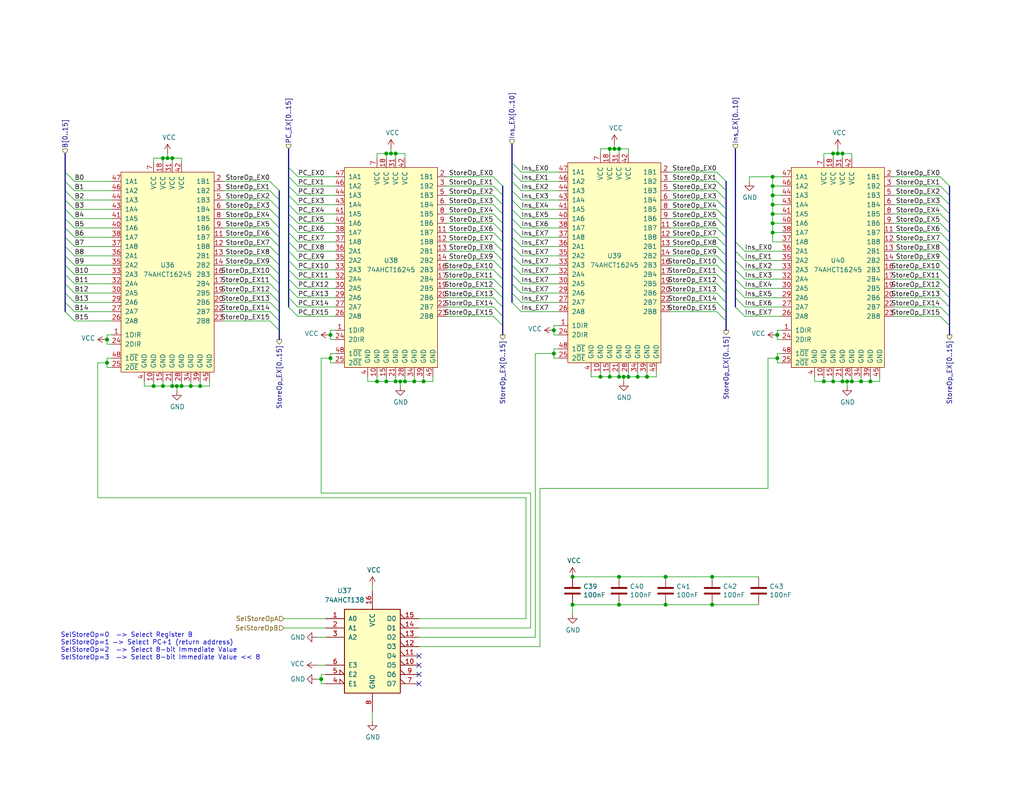
<source format=kicad_sch>
(kicad_sch (version 20230121) (generator eeschema)
  (paper "USLetter")
  (title_block (title "Select Store Operand") (date "2022-09-25") (rev "C") (comment 3 "the program counter value, or an eight-bit immediate value.") (comment 4 "The Store Operand can be taken from either the value on port B of the register file,"))
  (lib_symbols
    (symbol "74xx (kicad5):74AHCT16245_ab" (pin_names (offset 1.016))
      (property "Reference" "U" (at 0 1.27 0))
      (property "Value" "74AHCT16245_ab" (at 0 -1.27 0))
      (symbol "74AHCT16245_ab_0_1"
        (rectangle (start -12.7 26.67) (end 12.7 -27.94) (fill (type background)))
      )
      (symbol "74AHCT16245_ab_1_1"
        (pin input line (at -15.24 -17.78 0) (length 2.54) (name "1DIR") (number "1"))
        (pin power_in line (at -3.81 -30.48 90) (length 2.54) (name "GND") (number "10"))
        (pin tri_state line (at 15.24 8.89 180) (length 2.54) (name "1B7") (number "11"))
        (pin tri_state line (at 15.24 6.35 180) (length 2.54) (name "1B8") (number "12"))
        (pin tri_state line (at 15.24 3.81 180) (length 2.54) (name "2B1") (number "13"))
        (pin tri_state line (at 15.24 1.27 180) (length 2.54) (name "2B2") (number "14"))
        (pin power_in line (at -1.27 -30.48 90) (length 2.54) (name "GND") (number "15"))
        (pin tri_state line (at 15.24 -1.27 180) (length 2.54) (name "2B3") (number "16"))
        (pin tri_state line (at 15.24 -3.81 180) (length 2.54) (name "2B4") (number "17"))
        (pin power_in line (at -1.27 29.21 270) (length 2.54) (name "VCC") (number "18"))
        (pin tri_state line (at 15.24 -6.35 180) (length 2.54) (name "2B5") (number "19"))
        (pin tri_state line (at 15.24 24.13 180) (length 2.54) (name "1B1") (number "2"))
        (pin tri_state line (at 15.24 -8.89 180) (length 2.54) (name "2B6") (number "20"))
        (pin power_in line (at 1.27 -30.48 90) (length 2.54) (name "GND") (number "21"))
        (pin tri_state line (at 15.24 -11.43 180) (length 2.54) (name "2B7") (number "22"))
        (pin tri_state line (at 15.24 -13.97 180) (length 2.54) (name "2B8") (number "23"))
        (pin input line (at -15.24 -20.32 0) (length 2.54) (name "2DIR") (number "24"))
        (pin input line (at -15.24 -26.67 0) (length 2.54) (name "2~{OE}") (number "25"))
        (pin input line (at -15.24 -13.97 0) (length 2.54) (name "2A8") (number "26"))
        (pin input line (at -15.24 -11.43 0) (length 2.54) (name "2A7") (number "27"))
        (pin power_in line (at 3.81 -30.48 90) (length 2.54) (name "GND") (number "28"))
        (pin input line (at -15.24 -8.89 0) (length 2.54) (name "2A6") (number "29"))
        (pin tri_state line (at 15.24 21.59 180) (length 2.54) (name "1B2") (number "3"))
        (pin input line (at -15.24 -6.35 0) (length 2.54) (name "2A5") (number "30"))
        (pin power_in line (at 1.27 29.21 270) (length 2.54) (name "VCC") (number "31"))
        (pin input line (at -15.24 -3.81 0) (length 2.54) (name "2A4") (number "32"))
        (pin input line (at -15.24 -1.27 0) (length 2.54) (name "2A3") (number "33"))
        (pin power_in line (at 6.35 -30.48 90) (length 2.54) (name "GND") (number "34"))
        (pin input line (at -15.24 1.27 0) (length 2.54) (name "2A2") (number "35"))
        (pin input line (at -15.24 3.81 0) (length 2.54) (name "2A1") (number "36"))
        (pin input line (at -15.24 6.35 0) (length 2.54) (name "1A8") (number "37"))
        (pin input line (at -15.24 8.89 0) (length 2.54) (name "1A7") (number "38"))
        (pin power_in line (at 8.89 -30.48 90) (length 2.54) (name "GND") (number "39"))
        (pin power_in line (at -6.35 -30.48 90) (length 2.54) (name "GND") (number "4"))
        (pin input line (at -15.24 11.43 0) (length 2.54) (name "1A6") (number "40"))
        (pin input line (at -15.24 13.97 0) (length 2.54) (name "1A5") (number "41"))
        (pin power_in line (at 3.81 29.21 270) (length 2.54) (name "VCC") (number "42"))
        (pin input line (at -15.24 16.51 0) (length 2.54) (name "1A4") (number "43"))
        (pin input line (at -15.24 19.05 0) (length 2.54) (name "1A3") (number "44"))
        (pin power_in line (at 11.43 -30.48 90) (length 2.54) (name "GND") (number "45"))
        (pin input line (at -15.24 21.59 0) (length 2.54) (name "1A2") (number "46"))
        (pin input line (at -15.24 24.13 0) (length 2.54) (name "1A1") (number "47"))
        (pin input line (at -15.24 -24.13 0) (length 2.54) (name "1~{OE}") (number "48"))
        (pin tri_state line (at 15.24 19.05 180) (length 2.54) (name "1B3") (number "5"))
        (pin tri_state line (at 15.24 16.51 180) (length 2.54) (name "1B4") (number "6"))
        (pin power_in line (at -3.81 29.21 270) (length 2.54) (name "VCC") (number "7"))
        (pin tri_state line (at 15.24 13.97 180) (length 2.54) (name "1B5") (number "8"))
        (pin tri_state line (at 15.24 11.43 180) (length 2.54) (name "1B6") (number "9"))
      )
    )
    (symbol "74xx:74LS138" (pin_names (offset 1.016))
      (property "Reference" "U" (at -7.62 11.43 0))
      (property "Value" "74LS138" (at -7.62 -13.97 0))
      (symbol "74LS138_1_0"
        (pin input line (at -12.7 7.62 0) (length 5.08) (name "A0") (number "1"))
        (pin output output_low (at 12.7 -5.08 180) (length 5.08) (name "O5") (number "10"))
        (pin output output_low (at 12.7 -2.54 180) (length 5.08) (name "O4") (number "11"))
        (pin output output_low (at 12.7 0 180) (length 5.08) (name "O3") (number "12"))
        (pin output output_low (at 12.7 2.54 180) (length 5.08) (name "O2") (number "13"))
        (pin output output_low (at 12.7 5.08 180) (length 5.08) (name "O1") (number "14"))
        (pin output output_low (at 12.7 7.62 180) (length 5.08) (name "O0") (number "15"))
        (pin power_in line (at 0 15.24 270) (length 5.08) (name "VCC") (number "16"))
        (pin input line (at -12.7 5.08 0) (length 5.08) (name "A1") (number "2"))
        (pin input line (at -12.7 2.54 0) (length 5.08) (name "A2") (number "3"))
        (pin input input_low (at -12.7 -10.16 0) (length 5.08) (name "E1") (number "4"))
        (pin input input_low (at -12.7 -7.62 0) (length 5.08) (name "E2") (number "5"))
        (pin input line (at -12.7 -5.08 0) (length 5.08) (name "E3") (number "6"))
        (pin output output_low (at 12.7 -10.16 180) (length 5.08) (name "O7") (number "7"))
        (pin power_in line (at 0 -17.78 90) (length 5.08) (name "GND") (number "8"))
        (pin output output_low (at 12.7 -7.62 180) (length 5.08) (name "O6") (number "9"))
      )
      (symbol "74LS138_1_1"
        (rectangle (start -7.62 10.16) (end 7.62 -12.7) (stroke (width 0.254)) (fill (type background)))
      )
    )
    (symbol "Device:C" (pin_numbers hide) (pin_names (offset 0.254))
      (property "Reference" "C" (at 0.635 2.54 0))
      (property "Value" "C" (at 0.635 -2.54 0))
      (symbol "C_0_1"
        (polyline (pts (xy -2.032 -0.762) (xy 2.032 -0.762)) (stroke (width 0.508)))
        (polyline (pts (xy -2.032 0.762) (xy 2.032 0.762)) (stroke (width 0.508)))
      )
      (symbol "C_1_1"
        (pin passive line (at 0 3.81 270) (length 2.794) (name "~") (number "1"))
        (pin passive line (at 0 -3.81 90) (length 2.794) (name "~") (number "2"))
      )
    )
    (symbol "power:GND" (power) (pin_names (offset 0))
      (property "Value" "GND" (at 0 -3.81 0))
      (symbol "GND_0_1"
        (polyline (pts (xy 0 0) (xy 0 -1.27) (xy 1.27 -1.27) (xy 0 -2.54) (xy -1.27 -1.27) (xy 0 -1.27)))
      )
      (symbol "GND_1_1"
        (pin power_in line (at 0 0 270) (length 0) hide (name "GND") (number "1"))
      )
    )
    (symbol "power:VCC" (power) (pin_names (offset 0))
      (property "Value" "VCC" (at 0 3.81 0))
      (symbol "VCC_0_1"
        (polyline (pts (xy -0.762 1.27) (xy 0 2.54)))
        (polyline (pts (xy 0 0) (xy 0 2.54)))
        (polyline (pts (xy 0 2.54) (xy 0.762 1.27)))
      )
      (symbol "VCC_1_1"
        (pin power_in line (at 0 0 90) (length 0) hide (name "VCC") (number "1"))
      )
    )
  )
  (junction (at 176.53 102.87))
  (junction (at 212.09 91.44))
  (junction (at 181.61 165.1))
  (junction (at 29.21 92.71))
  (junction (at 228.6 41.91))
  (junction (at 107.95 104.14))
  (junction (at 227.33 41.91))
  (junction (at 87.63 185.42))
  (junction (at 181.61 157.48))
  (junction (at 168.91 102.87))
  (junction (at 167.64 40.64))
  (junction (at 210.82 50.8))
  (junction (at 212.09 97.79))
  (junction (at 52.07 105.41))
  (junction (at 46.99 43.18))
  (junction (at 224.79 104.14))
  (junction (at 46.99 105.41))
  (junction (at 105.41 41.91))
  (junction (at 106.68 41.91))
  (junction (at 210.82 60.96))
  (junction (at 229.87 41.91))
  (junction (at 170.18 102.87))
  (junction (at 156.21 157.48))
  (junction (at 171.45 102.87))
  (junction (at 231.14 104.14))
  (junction (at 166.37 40.64))
  (junction (at 102.87 104.14))
  (junction (at 44.45 43.18))
  (junction (at 210.82 53.34))
  (junction (at 115.57 104.14))
  (junction (at 163.83 102.87))
  (junction (at 194.31 165.1))
  (junction (at 110.49 104.14))
  (junction (at 237.49 104.14))
  (junction (at 210.82 55.88))
  (junction (at 49.53 105.41))
  (junction (at 166.37 102.87))
  (junction (at 107.95 41.91))
  (junction (at 151.13 96.52))
  (junction (at 105.41 104.14))
  (junction (at 41.91 105.41))
  (junction (at 194.31 157.48))
  (junction (at 44.45 105.41))
  (junction (at 29.21 99.06))
  (junction (at 227.33 104.14))
  (junction (at 168.91 40.64))
  (junction (at 54.61 105.41))
  (junction (at 234.95 104.14))
  (junction (at 210.82 63.5))
  (junction (at 90.17 97.79))
  (junction (at 48.26 105.41))
  (junction (at 232.41 104.14))
  (junction (at 210.82 48.26))
  (junction (at 113.03 104.14))
  (junction (at 151.13 90.17))
  (junction (at 156.21 165.1))
  (junction (at 109.22 104.14))
  (junction (at 168.91 165.1))
  (junction (at 173.99 102.87))
  (junction (at 90.17 91.44))
  (junction (at 168.91 157.48))
  (junction (at 210.82 58.42))
  (junction (at 229.87 104.14))
  (junction (at 45.72 43.18))
  (no_connect (at 114.3 181.61))
  (no_connect (at 114.3 184.15))
  (no_connect (at 114.3 186.69))
  (no_connect (at 114.3 179.07))
  (bus_entry (at 142.24 54.61) (size -2.54 -2.54))
  (bus_entry (at 203.2 73.66) (size -2.54 -2.54))
  (bus_entry (at 198.12 82.55) (size -2.54 -2.54))
  (bus_entry (at 17.78 85.09) (size 2.54 2.54))
  (bus_entry (at 81.28 55.88) (size -2.54 -2.54))
  (bus_entry (at 81.28 78.74) (size -2.54 -2.54))
  (bus_entry (at 17.78 59.69) (size 2.54 2.54))
  (bus_entry (at 259.08 55.88) (size -2.54 -2.54))
  (bus_entry (at 142.24 85.09) (size -2.54 -2.54))
  (bus_entry (at 81.28 83.82) (size -2.54 -2.54))
  (bus_entry (at 76.2 80.01) (size -2.54 -2.54))
  (bus_entry (at 203.2 78.74) (size -2.54 -2.54))
  (bus_entry (at 137.16 66.04) (size -2.54 -2.54))
  (bus_entry (at 198.12 57.15) (size -2.54 -2.54))
  (bus_entry (at 142.24 49.53) (size -2.54 -2.54))
  (bus_entry (at 76.2 54.61) (size -2.54 -2.54))
  (bus_entry (at 142.24 62.23) (size -2.54 -2.54))
  (bus_entry (at 17.78 72.39) (size 2.54 2.54))
  (bus_entry (at 198.12 62.23) (size -2.54 -2.54))
  (bus_entry (at 17.78 46.99) (size 2.54 2.54))
  (bus_entry (at 137.16 83.82) (size -2.54 -2.54))
  (bus_entry (at 203.2 71.12) (size -2.54 -2.54))
  (bus_entry (at 259.08 68.58) (size -2.54 -2.54))
  (bus_entry (at 17.78 62.23) (size 2.54 2.54))
  (bus_entry (at 76.2 64.77) (size -2.54 -2.54))
  (bus_entry (at 17.78 54.61) (size 2.54 2.54))
  (bus_entry (at 137.16 68.58) (size -2.54 -2.54))
  (bus_entry (at 259.08 66.04) (size -2.54 -2.54))
  (bus_entry (at 137.16 78.74) (size -2.54 -2.54))
  (bus_entry (at 203.2 81.28) (size -2.54 -2.54))
  (bus_entry (at 198.12 77.47) (size -2.54 -2.54))
  (bus_entry (at 198.12 87.63) (size -2.54 -2.54))
  (bus_entry (at 142.24 46.99) (size -2.54 -2.54))
  (bus_entry (at 137.16 71.12) (size -2.54 -2.54))
  (bus_entry (at 198.12 49.53) (size -2.54 -2.54))
  (bus_entry (at 17.78 77.47) (size 2.54 2.54))
  (bus_entry (at 81.28 63.5) (size -2.54 -2.54))
  (bus_entry (at 81.28 76.2) (size -2.54 -2.54))
  (bus_entry (at 17.78 69.85) (size 2.54 2.54))
  (bus_entry (at 198.12 72.39) (size -2.54 -2.54))
  (bus_entry (at 142.24 82.55) (size -2.54 -2.54))
  (bus_entry (at 198.12 69.85) (size -2.54 -2.54))
  (bus_entry (at 137.16 63.5) (size -2.54 -2.54))
  (bus_entry (at 259.08 86.36) (size -2.54 -2.54))
  (bus_entry (at 76.2 85.09) (size -2.54 -2.54))
  (bus_entry (at 142.24 59.69) (size -2.54 -2.54))
  (bus_entry (at 198.12 52.07) (size -2.54 -2.54))
  (bus_entry (at 198.12 85.09) (size -2.54 -2.54))
  (bus_entry (at 259.08 73.66) (size -2.54 -2.54))
  (bus_entry (at 259.08 78.74) (size -2.54 -2.54))
  (bus_entry (at 259.08 63.5) (size -2.54 -2.54))
  (bus_entry (at 76.2 90.17) (size -2.54 -2.54))
  (bus_entry (at 142.24 57.15) (size -2.54 -2.54))
  (bus_entry (at 259.08 58.42) (size -2.54 -2.54))
  (bus_entry (at 137.16 58.42) (size -2.54 -2.54))
  (bus_entry (at 259.08 50.8) (size -2.54 -2.54))
  (bus_entry (at 259.08 88.9) (size -2.54 -2.54))
  (bus_entry (at 17.78 52.07) (size 2.54 2.54))
  (bus_entry (at 17.78 74.93) (size 2.54 2.54))
  (bus_entry (at 198.12 59.69) (size -2.54 -2.54))
  (bus_entry (at 76.2 77.47) (size -2.54 -2.54))
  (bus_entry (at 81.28 71.12) (size -2.54 -2.54))
  (bus_entry (at 137.16 50.8) (size -2.54 -2.54))
  (bus_entry (at 137.16 76.2) (size -2.54 -2.54))
  (bus_entry (at 81.28 53.34) (size -2.54 -2.54))
  (bus_entry (at 81.28 66.04) (size -2.54 -2.54))
  (bus_entry (at 17.78 82.55) (size 2.54 2.54))
  (bus_entry (at 17.78 80.01) (size 2.54 2.54))
  (bus_entry (at 81.28 73.66) (size -2.54 -2.54))
  (bus_entry (at 17.78 64.77) (size 2.54 2.54))
  (bus_entry (at 142.24 69.85) (size -2.54 -2.54))
  (bus_entry (at 81.28 68.58) (size -2.54 -2.54))
  (bus_entry (at 81.28 48.26) (size -2.54 -2.54))
  (bus_entry (at 76.2 52.07) (size -2.54 -2.54))
  (bus_entry (at 259.08 81.28) (size -2.54 -2.54))
  (bus_entry (at 259.08 71.12) (size -2.54 -2.54))
  (bus_entry (at 203.2 76.2) (size -2.54 -2.54))
  (bus_entry (at 142.24 64.77) (size -2.54 -2.54))
  (bus_entry (at 198.12 67.31) (size -2.54 -2.54))
  (bus_entry (at 203.2 83.82) (size -2.54 -2.54))
  (bus_entry (at 76.2 82.55) (size -2.54 -2.54))
  (bus_entry (at 142.24 74.93) (size -2.54 -2.54))
  (bus_entry (at 76.2 69.85) (size -2.54 -2.54))
  (bus_entry (at 137.16 81.28) (size -2.54 -2.54))
  (bus_entry (at 81.28 58.42) (size -2.54 -2.54))
  (bus_entry (at 76.2 74.93) (size -2.54 -2.54))
  (bus_entry (at 137.16 53.34) (size -2.54 -2.54))
  (bus_entry (at 137.16 55.88) (size -2.54 -2.54))
  (bus_entry (at 137.16 73.66) (size -2.54 -2.54))
  (bus_entry (at 259.08 60.96) (size -2.54 -2.54))
  (bus_entry (at 17.78 57.15) (size 2.54 2.54))
  (bus_entry (at 76.2 59.69) (size -2.54 -2.54))
  (bus_entry (at 198.12 74.93) (size -2.54 -2.54))
  (bus_entry (at 17.78 49.53) (size 2.54 2.54))
  (bus_entry (at 203.2 86.36) (size -2.54 -2.54))
  (bus_entry (at 198.12 64.77) (size -2.54 -2.54))
  (bus_entry (at 259.08 83.82) (size -2.54 -2.54))
  (bus_entry (at 259.08 53.34) (size -2.54 -2.54))
  (bus_entry (at 203.2 68.58) (size -2.54 -2.54))
  (bus_entry (at 198.12 80.01) (size -2.54 -2.54))
  (bus_entry (at 81.28 86.36) (size -2.54 -2.54))
  (bus_entry (at 142.24 77.47) (size -2.54 -2.54))
  (bus_entry (at 142.24 72.39) (size -2.54 -2.54))
  (bus_entry (at 76.2 62.23) (size -2.54 -2.54))
  (bus_entry (at 81.28 50.8) (size -2.54 -2.54))
  (bus_entry (at 76.2 87.63) (size -2.54 -2.54))
  (bus_entry (at 142.24 52.07) (size -2.54 -2.54))
  (bus_entry (at 76.2 67.31) (size -2.54 -2.54))
  (bus_entry (at 142.24 67.31) (size -2.54 -2.54))
  (bus_entry (at 17.78 67.31) (size 2.54 2.54))
  (bus_entry (at 137.16 86.36) (size -2.54 -2.54))
  (bus_entry (at 198.12 54.61) (size -2.54 -2.54))
  (bus_entry (at 76.2 72.39) (size -2.54 -2.54))
  (bus_entry (at 259.08 76.2) (size -2.54 -2.54))
  (bus_entry (at 137.16 88.9) (size -2.54 -2.54))
  (bus_entry (at 81.28 60.96) (size -2.54 -2.54))
  (bus_entry (at 137.16 60.96) (size -2.54 -2.54))
  (bus_entry (at 142.24 80.01) (size -2.54 -2.54))
  (bus_entry (at 76.2 57.15) (size -2.54 -2.54))
  (bus_entry (at 81.28 81.28) (size -2.54 -2.54))
  (wire (pts (xy 203.2 86.36) (xy 213.36 86.36)))
  (wire (pts (xy 105.41 41.91) (xy 106.68 41.91)))
  (wire (pts (xy 134.62 58.42) (xy 121.92 58.42)))
  (wire (pts (xy 29.21 100.33) (xy 30.48 100.33)))
  (bus (pts (xy 139.7 64.77) (xy 139.7 67.31)))
  (bus (pts (xy 137.16 50.8) (xy 137.16 53.34)))
  (bus (pts (xy 139.7 69.85) (xy 139.7 72.39)))
  (wire (pts (xy 20.32 49.53) (xy 30.48 49.53)))
  (bus (pts (xy 17.78 67.31) (xy 17.78 69.85)))
  (wire (pts (xy 44.45 104.14) (xy 44.45 105.41)))
  (bus (pts (xy 259.08 78.74) (xy 259.08 81.28)))
  (bus (pts (xy 76.2 87.63) (xy 76.2 90.17)))
  (wire (pts (xy 87.63 134.62) (xy 144.78 134.62)))
  (wire (pts (xy 113.03 104.14) (xy 115.57 104.14)))
  (wire (pts (xy 109.22 104.14) (xy 110.49 104.14)))
  (wire (pts (xy 109.22 105.41) (xy 109.22 104.14)))
  (bus (pts (xy 76.2 57.15) (xy 76.2 59.69)))
  (bus (pts (xy 198.12 57.15) (xy 198.12 59.69)))
  (bus (pts (xy 259.08 58.42) (xy 259.08 60.96)))
  (wire (pts (xy 173.99 102.87) (xy 176.53 102.87)))
  (wire (pts (xy 91.44 90.17) (xy 90.17 90.17)))
  (bus (pts (xy 17.78 46.99) (xy 17.78 49.53)))
  (wire (pts (xy 134.62 78.74) (xy 121.92 78.74)))
  (wire (pts (xy 102.87 41.91) (xy 105.41 41.91)))
  (wire (pts (xy 20.32 72.39) (xy 30.48 72.39)))
  (wire (pts (xy 156.21 167.64) (xy 156.21 165.1)))
  (wire (pts (xy 90.17 97.79) (xy 90.17 99.06)))
  (wire (pts (xy 115.57 104.14) (xy 118.11 104.14)))
  (wire (pts (xy 256.54 55.88) (xy 243.84 55.88)))
  (wire (pts (xy 87.63 186.69) (xy 88.9 186.69)))
  (wire (pts (xy 134.62 73.66) (xy 121.92 73.66)))
  (wire (pts (xy 73.66 69.85) (xy 60.96 69.85)))
  (wire (pts (xy 73.66 74.93) (xy 60.96 74.93)))
  (wire (pts (xy 151.13 88.9) (xy 151.13 90.17)))
  (bus (pts (xy 17.78 64.77) (xy 17.78 67.31)))
  (bus (pts (xy 198.12 80.01) (xy 198.12 82.55)))
  (bus (pts (xy 198.12 52.07) (xy 198.12 54.61)))
  (wire (pts (xy 152.4 91.44) (xy 151.13 91.44)))
  (wire (pts (xy 142.24 67.31) (xy 152.4 67.31)))
  (bus (pts (xy 139.7 49.53) (xy 139.7 52.07)))
  (bus (pts (xy 17.78 80.01) (xy 17.78 82.55)))
  (wire (pts (xy 237.49 102.87) (xy 237.49 104.14)))
  (wire (pts (xy 73.66 57.15) (xy 60.96 57.15)))
  (wire (pts (xy 20.32 67.31) (xy 30.48 67.31)))
  (wire (pts (xy 90.17 96.52) (xy 90.17 97.79)))
  (bus (pts (xy 78.74 66.04) (xy 78.74 68.58)))
  (wire (pts (xy 88.9 184.15) (xy 87.63 184.15)))
  (bus (pts (xy 259.08 73.66) (xy 259.08 76.2)))
  (wire (pts (xy 110.49 102.87) (xy 110.49 104.14)))
  (bus (pts (xy 200.66 76.2) (xy 200.66 78.74)))
  (wire (pts (xy 29.21 99.06) (xy 29.21 100.33)))
  (wire (pts (xy 176.53 102.87) (xy 179.07 102.87)))
  (bus (pts (xy 76.2 80.01) (xy 76.2 82.55)))
  (wire (pts (xy 166.37 102.87) (xy 168.91 102.87)))
  (wire (pts (xy 210.82 50.8) (xy 210.82 48.26)))
  (wire (pts (xy 232.41 41.91) (xy 232.41 43.18)))
  (wire (pts (xy 256.54 81.28) (xy 243.84 81.28)))
  (wire (pts (xy 110.49 41.91) (xy 110.49 43.18)))
  (wire (pts (xy 173.99 101.6) (xy 173.99 102.87)))
  (wire (pts (xy 107.95 104.14) (xy 109.22 104.14)))
  (bus (pts (xy 139.7 74.93) (xy 139.7 77.47)))
  (bus (pts (xy 259.08 88.9) (xy 259.08 91.44)))
  (wire (pts (xy 146.05 96.52) (xy 146.05 173.99)))
  (bus (pts (xy 200.66 66.04) (xy 200.66 68.58)))
  (wire (pts (xy 142.24 69.85) (xy 152.4 69.85)))
  (wire (pts (xy 142.24 80.01) (xy 152.4 80.01)))
  (wire (pts (xy 195.58 59.69) (xy 182.88 59.69)))
  (wire (pts (xy 29.21 91.44) (xy 29.21 92.71)))
  (wire (pts (xy 73.66 59.69) (xy 60.96 59.69)))
  (wire (pts (xy 114.3 176.53) (xy 147.32 176.53)))
  (wire (pts (xy 48.26 106.68) (xy 48.26 105.41)))
  (wire (pts (xy 195.58 69.85) (xy 182.88 69.85)))
  (wire (pts (xy 106.68 40.64) (xy 106.68 41.91)))
  (wire (pts (xy 102.87 102.87) (xy 102.87 104.14)))
  (bus (pts (xy 76.2 67.31) (xy 76.2 69.85)))
  (bus (pts (xy 78.74 58.42) (xy 78.74 60.96)))
  (wire (pts (xy 134.62 60.96) (xy 121.92 60.96)))
  (wire (pts (xy 91.44 96.52) (xy 90.17 96.52)))
  (wire (pts (xy 81.28 71.12) (xy 91.44 71.12)))
  (wire (pts (xy 142.24 64.77) (xy 152.4 64.77)))
  (bus (pts (xy 137.16 53.34) (xy 137.16 55.88)))
  (wire (pts (xy 87.63 184.15) (xy 87.63 185.42)))
  (bus (pts (xy 78.74 68.58) (xy 78.74 71.12)))
  (wire (pts (xy 20.32 57.15) (xy 30.48 57.15)))
  (wire (pts (xy 29.21 93.98) (xy 29.21 92.71)))
  (wire (pts (xy 227.33 104.14) (xy 229.87 104.14)))
  (wire (pts (xy 41.91 44.45) (xy 41.91 43.18)))
  (bus (pts (xy 137.16 73.66) (xy 137.16 76.2)))
  (wire (pts (xy 195.58 80.01) (xy 182.88 80.01)))
  (wire (pts (xy 203.2 73.66) (xy 213.36 73.66)))
  (wire (pts (xy 102.87 104.14) (xy 105.41 104.14)))
  (wire (pts (xy 222.25 102.87) (xy 222.25 104.14)))
  (wire (pts (xy 90.17 99.06) (xy 91.44 99.06)))
  (wire (pts (xy 81.28 66.04) (xy 91.44 66.04)))
  (wire (pts (xy 134.62 50.8) (xy 121.92 50.8)))
  (bus (pts (xy 17.78 72.39) (xy 17.78 74.93)))
  (wire (pts (xy 151.13 96.52) (xy 151.13 97.79)))
  (wire (pts (xy 142.24 49.53) (xy 152.4 49.53)))
  (wire (pts (xy 234.95 102.87) (xy 234.95 104.14)))
  (wire (pts (xy 142.24 74.93) (xy 152.4 74.93)))
  (bus (pts (xy 76.2 59.69) (xy 76.2 62.23)))
  (wire (pts (xy 181.61 157.48) (xy 194.31 157.48)))
  (wire (pts (xy 26.67 135.89) (xy 143.51 135.89)))
  (wire (pts (xy 100.33 102.87) (xy 100.33 104.14)))
  (wire (pts (xy 210.82 48.26) (xy 213.36 48.26)))
  (bus (pts (xy 198.12 49.53) (xy 198.12 52.07)))
  (bus (pts (xy 200.66 78.74) (xy 200.66 81.28)))
  (wire (pts (xy 115.57 102.87) (xy 115.57 104.14)))
  (wire (pts (xy 52.07 104.14) (xy 52.07 105.41)))
  (wire (pts (xy 134.62 71.12) (xy 121.92 71.12)))
  (wire (pts (xy 256.54 76.2) (xy 243.84 76.2)))
  (wire (pts (xy 224.79 41.91) (xy 227.33 41.91)))
  (wire (pts (xy 73.66 77.47) (xy 60.96 77.47)))
  (wire (pts (xy 81.28 68.58) (xy 91.44 68.58)))
  (bus (pts (xy 78.74 71.12) (xy 78.74 73.66)))
  (wire (pts (xy 168.91 40.64) (xy 168.91 41.91)))
  (wire (pts (xy 102.87 43.18) (xy 102.87 41.91)))
  (bus (pts (xy 259.08 50.8) (xy 259.08 53.34)))
  (wire (pts (xy 20.32 87.63) (xy 30.48 87.63)))
  (wire (pts (xy 81.28 50.8) (xy 91.44 50.8)))
  (wire (pts (xy 195.58 72.39) (xy 182.88 72.39)))
  (wire (pts (xy 77.47 168.91) (xy 88.9 168.91)))
  (wire (pts (xy 195.58 74.93) (xy 182.88 74.93)))
  (bus (pts (xy 76.2 64.77) (xy 76.2 67.31)))
  (wire (pts (xy 224.79 43.18) (xy 224.79 41.91)))
  (wire (pts (xy 203.2 78.74) (xy 213.36 78.74)))
  (wire (pts (xy 39.37 104.14) (xy 39.37 105.41)))
  (wire (pts (xy 105.41 104.14) (xy 107.95 104.14)))
  (wire (pts (xy 110.49 104.14) (xy 113.03 104.14)))
  (wire (pts (xy 151.13 97.79) (xy 152.4 97.79)))
  (wire (pts (xy 73.66 85.09) (xy 60.96 85.09)))
  (wire (pts (xy 142.24 77.47) (xy 152.4 77.47)))
  (bus (pts (xy 200.66 81.28) (xy 200.66 83.82)))
  (wire (pts (xy 203.2 71.12) (xy 213.36 71.12)))
  (bus (pts (xy 139.7 67.31) (xy 139.7 69.85)))
  (wire (pts (xy 212.09 99.06) (xy 213.36 99.06)))
  (wire (pts (xy 142.24 85.09) (xy 152.4 85.09)))
  (wire (pts (xy 147.32 133.35) (xy 147.32 176.53)))
  (wire (pts (xy 73.66 82.55) (xy 60.96 82.55)))
  (bus (pts (xy 137.16 58.42) (xy 137.16 60.96)))
  (bus (pts (xy 76.2 54.61) (xy 76.2 57.15)))
  (wire (pts (xy 49.53 105.41) (xy 52.07 105.41)))
  (bus (pts (xy 139.7 54.61) (xy 139.7 57.15)))
  (bus (pts (xy 259.08 81.28) (xy 259.08 83.82)))
  (wire (pts (xy 213.36 55.88) (xy 210.82 55.88)))
  (wire (pts (xy 181.61 165.1) (xy 168.91 165.1)))
  (wire (pts (xy 46.99 43.18) (xy 46.99 44.45)))
  (wire (pts (xy 73.66 64.77) (xy 60.96 64.77)))
  (wire (pts (xy 209.55 97.79) (xy 209.55 133.35)))
  (wire (pts (xy 52.07 105.41) (xy 54.61 105.41)))
  (wire (pts (xy 237.49 104.14) (xy 240.03 104.14)))
  (wire (pts (xy 171.45 102.87) (xy 173.99 102.87)))
  (bus (pts (xy 78.74 60.96) (xy 78.74 63.5)))
  (bus (pts (xy 139.7 39.37) (xy 139.7 44.45)))
  (wire (pts (xy 142.24 57.15) (xy 152.4 57.15)))
  (wire (pts (xy 212.09 96.52) (xy 212.09 97.79)))
  (wire (pts (xy 73.66 67.31) (xy 60.96 67.31)))
  (wire (pts (xy 73.66 87.63) (xy 60.96 87.63)))
  (wire (pts (xy 105.41 43.18) (xy 105.41 41.91)))
  (wire (pts (xy 234.95 104.14) (xy 237.49 104.14)))
  (wire (pts (xy 195.58 57.15) (xy 182.88 57.15)))
  (bus (pts (xy 139.7 80.01) (xy 139.7 82.55)))
  (wire (pts (xy 134.62 86.36) (xy 121.92 86.36)))
  (wire (pts (xy 195.58 52.07) (xy 182.88 52.07)))
  (bus (pts (xy 76.2 69.85) (xy 76.2 72.39)))
  (wire (pts (xy 44.45 44.45) (xy 44.45 43.18)))
  (wire (pts (xy 168.91 40.64) (xy 171.45 40.64)))
  (wire (pts (xy 195.58 67.31) (xy 182.88 67.31)))
  (wire (pts (xy 29.21 97.79) (xy 29.21 99.06)))
  (wire (pts (xy 101.6 194.31) (xy 101.6 196.85)))
  (bus (pts (xy 137.16 60.96) (xy 137.16 63.5)))
  (bus (pts (xy 139.7 57.15) (xy 139.7 59.69)))
  (wire (pts (xy 134.62 68.58) (xy 121.92 68.58)))
  (wire (pts (xy 20.32 62.23) (xy 30.48 62.23)))
  (wire (pts (xy 134.62 55.88) (xy 121.92 55.88)))
  (wire (pts (xy 195.58 49.53) (xy 182.88 49.53)))
  (wire (pts (xy 73.66 52.07) (xy 60.96 52.07)))
  (bus (pts (xy 200.66 40.64) (xy 200.66 66.04)))
  (wire (pts (xy 168.91 157.48) (xy 181.61 157.48)))
  (bus (pts (xy 139.7 52.07) (xy 139.7 54.61)))
  (bus (pts (xy 137.16 81.28) (xy 137.16 83.82)))
  (wire (pts (xy 224.79 102.87) (xy 224.79 104.14)))
  (wire (pts (xy 90.17 97.79) (xy 87.63 97.79)))
  (bus (pts (xy 17.78 52.07) (xy 17.78 54.61)))
  (wire (pts (xy 73.66 72.39) (xy 60.96 72.39)))
  (wire (pts (xy 212.09 97.79) (xy 212.09 99.06)))
  (wire (pts (xy 209.55 133.35) (xy 147.32 133.35)))
  (wire (pts (xy 87.63 185.42) (xy 87.63 186.69)))
  (wire (pts (xy 146.05 96.52) (xy 151.13 96.52)))
  (bus (pts (xy 78.74 78.74) (xy 78.74 81.28)))
  (wire (pts (xy 81.28 55.88) (xy 91.44 55.88)))
  (wire (pts (xy 156.21 157.48) (xy 168.91 157.48)))
  (wire (pts (xy 210.82 63.5) (xy 210.82 66.04)))
  (wire (pts (xy 45.72 43.18) (xy 46.99 43.18)))
  (wire (pts (xy 213.36 58.42) (xy 210.82 58.42)))
  (wire (pts (xy 203.2 76.2) (xy 213.36 76.2)))
  (wire (pts (xy 144.78 134.62) (xy 144.78 171.45)))
  (wire (pts (xy 41.91 104.14) (xy 41.91 105.41)))
  (wire (pts (xy 142.24 54.61) (xy 152.4 54.61)))
  (wire (pts (xy 168.91 101.6) (xy 168.91 102.87)))
  (bus (pts (xy 76.2 74.93) (xy 76.2 77.47)))
  (bus (pts (xy 137.16 68.58) (xy 137.16 71.12)))
  (wire (pts (xy 212.09 90.17) (xy 212.09 91.44)))
  (bus (pts (xy 259.08 60.96) (xy 259.08 63.5)))
  (bus (pts (xy 259.08 53.34) (xy 259.08 55.88)))
  (bus (pts (xy 198.12 62.23) (xy 198.12 64.77)))
  (bus (pts (xy 259.08 76.2) (xy 259.08 78.74)))
  (wire (pts (xy 195.58 54.61) (xy 182.88 54.61)))
  (wire (pts (xy 210.82 60.96) (xy 210.82 63.5)))
  (wire (pts (xy 176.53 101.6) (xy 176.53 102.87)))
  (bus (pts (xy 139.7 46.99) (xy 139.7 49.53)))
  (wire (pts (xy 210.82 58.42) (xy 210.82 60.96)))
  (bus (pts (xy 78.74 40.64) (xy 78.74 45.72)))
  (wire (pts (xy 256.54 53.34) (xy 243.84 53.34)))
  (bus (pts (xy 137.16 76.2) (xy 137.16 78.74)))
  (wire (pts (xy 210.82 58.42) (xy 210.82 55.88)))
  (wire (pts (xy 256.54 66.04) (xy 243.84 66.04)))
  (wire (pts (xy 163.83 102.87) (xy 166.37 102.87)))
  (wire (pts (xy 134.62 83.82) (xy 121.92 83.82)))
  (bus (pts (xy 200.66 68.58) (xy 200.66 71.12)))
  (wire (pts (xy 213.36 96.52) (xy 212.09 96.52)))
  (wire (pts (xy 20.32 82.55) (xy 30.48 82.55)))
  (wire (pts (xy 240.03 104.14) (xy 240.03 102.87)))
  (bus (pts (xy 198.12 54.61) (xy 198.12 57.15)))
  (wire (pts (xy 256.54 78.74) (xy 243.84 78.74)))
  (wire (pts (xy 195.58 62.23) (xy 182.88 62.23)))
  (wire (pts (xy 213.36 60.96) (xy 210.82 60.96)))
  (bus (pts (xy 137.16 88.9) (xy 137.16 91.44)))
  (wire (pts (xy 26.67 99.06) (xy 26.67 135.89)))
  (bus (pts (xy 17.78 57.15) (xy 17.78 59.69)))
  (wire (pts (xy 229.87 41.91) (xy 229.87 43.18)))
  (bus (pts (xy 78.74 76.2) (xy 78.74 78.74)))
  (wire (pts (xy 39.37 105.41) (xy 41.91 105.41)))
  (wire (pts (xy 46.99 105.41) (xy 48.26 105.41)))
  (bus (pts (xy 259.08 71.12) (xy 259.08 73.66)))
  (wire (pts (xy 73.66 80.01) (xy 60.96 80.01)))
  (wire (pts (xy 210.82 66.04) (xy 213.36 66.04)))
  (wire (pts (xy 227.33 43.18) (xy 227.33 41.91)))
  (wire (pts (xy 20.32 80.01) (xy 30.48 80.01)))
  (wire (pts (xy 163.83 40.64) (xy 166.37 40.64)))
  (wire (pts (xy 44.45 43.18) (xy 45.72 43.18)))
  (wire (pts (xy 167.64 40.64) (xy 168.91 40.64)))
  (bus (pts (xy 259.08 83.82) (xy 259.08 86.36)))
  (wire (pts (xy 142.24 82.55) (xy 152.4 82.55)))
  (bus (pts (xy 17.78 77.47) (xy 17.78 80.01)))
  (bus (pts (xy 139.7 62.23) (xy 139.7 64.77)))
  (wire (pts (xy 41.91 43.18) (xy 44.45 43.18)))
  (wire (pts (xy 229.87 41.91) (xy 232.41 41.91)))
  (wire (pts (xy 90.17 90.17) (xy 90.17 91.44)))
  (wire (pts (xy 20.32 59.69) (xy 30.48 59.69)))
  (wire (pts (xy 81.28 76.2) (xy 91.44 76.2)))
  (bus (pts (xy 137.16 66.04) (xy 137.16 68.58)))
  (wire (pts (xy 194.31 165.1) (xy 181.61 165.1)))
  (bus (pts (xy 17.78 59.69) (xy 17.78 62.23)))
  (wire (pts (xy 168.91 102.87) (xy 170.18 102.87)))
  (bus (pts (xy 78.74 53.34) (xy 78.74 55.88)))
  (bus (pts (xy 76.2 77.47) (xy 76.2 80.01)))
  (wire (pts (xy 229.87 102.87) (xy 229.87 104.14)))
  (wire (pts (xy 151.13 91.44) (xy 151.13 90.17)))
  (wire (pts (xy 231.14 104.14) (xy 232.41 104.14)))
  (wire (pts (xy 73.66 49.53) (xy 60.96 49.53)))
  (bus (pts (xy 17.78 62.23) (xy 17.78 64.77)))
  (wire (pts (xy 207.01 165.1) (xy 194.31 165.1)))
  (wire (pts (xy 142.24 62.23) (xy 152.4 62.23)))
  (wire (pts (xy 256.54 50.8) (xy 243.84 50.8)))
  (wire (pts (xy 90.17 92.71) (xy 90.17 91.44)))
  (wire (pts (xy 106.68 41.91) (xy 107.95 41.91)))
  (wire (pts (xy 118.11 104.14) (xy 118.11 102.87)))
  (wire (pts (xy 213.36 90.17) (xy 212.09 90.17)))
  (bus (pts (xy 17.78 49.53) (xy 17.78 52.07)))
  (wire (pts (xy 30.48 97.79) (xy 29.21 97.79)))
  (wire (pts (xy 57.15 105.41) (xy 57.15 104.14)))
  (wire (pts (xy 86.36 173.99) (xy 88.9 173.99)))
  (wire (pts (xy 91.44 92.71) (xy 90.17 92.71)))
  (bus (pts (xy 17.78 41.91) (xy 17.78 46.99)))
  (wire (pts (xy 81.28 73.66) (xy 91.44 73.66)))
  (wire (pts (xy 142.24 59.69) (xy 152.4 59.69)))
  (wire (pts (xy 81.28 83.82) (xy 91.44 83.82)))
  (wire (pts (xy 49.53 43.18) (xy 49.53 44.45)))
  (wire (pts (xy 44.45 105.41) (xy 46.99 105.41)))
  (bus (pts (xy 259.08 55.88) (xy 259.08 58.42)))
  (wire (pts (xy 20.32 69.85) (xy 30.48 69.85)))
  (wire (pts (xy 212.09 92.71) (xy 212.09 91.44)))
  (bus (pts (xy 198.12 87.63) (xy 198.12 90.17)))
  (wire (pts (xy 179.07 102.87) (xy 179.07 101.6)))
  (wire (pts (xy 194.31 157.48) (xy 207.01 157.48)))
  (bus (pts (xy 200.66 73.66) (xy 200.66 76.2)))
  (wire (pts (xy 195.58 46.99) (xy 182.88 46.99)))
  (bus (pts (xy 78.74 81.28) (xy 78.74 83.82)))
  (wire (pts (xy 134.62 66.04) (xy 121.92 66.04)))
  (wire (pts (xy 54.61 105.41) (xy 57.15 105.41)))
  (wire (pts (xy 168.91 165.1) (xy 156.21 165.1)))
  (wire (pts (xy 81.28 53.34) (xy 91.44 53.34)))
  (wire (pts (xy 256.54 86.36) (xy 243.84 86.36)))
  (wire (pts (xy 81.28 86.36) (xy 91.44 86.36)))
  (bus (pts (xy 76.2 62.23) (xy 76.2 64.77)))
  (wire (pts (xy 48.26 105.41) (xy 49.53 105.41)))
  (wire (pts (xy 41.91 105.41) (xy 44.45 105.41)))
  (wire (pts (xy 213.36 53.34) (xy 210.82 53.34)))
  (bus (pts (xy 139.7 59.69) (xy 139.7 62.23)))
  (wire (pts (xy 114.3 173.99) (xy 146.05 173.99)))
  (bus (pts (xy 200.66 71.12) (xy 200.66 73.66)))
  (wire (pts (xy 20.32 85.09) (xy 30.48 85.09)))
  (wire (pts (xy 107.95 41.91) (xy 107.95 43.18)))
  (bus (pts (xy 137.16 55.88) (xy 137.16 58.42)))
  (wire (pts (xy 195.58 64.77) (xy 182.88 64.77)))
  (wire (pts (xy 73.66 54.61) (xy 60.96 54.61)))
  (wire (pts (xy 170.18 104.14) (xy 170.18 102.87)))
  (wire (pts (xy 46.99 43.18) (xy 49.53 43.18)))
  (bus (pts (xy 76.2 82.55) (xy 76.2 85.09)))
  (bus (pts (xy 198.12 85.09) (xy 198.12 87.63)))
  (wire (pts (xy 161.29 101.6) (xy 161.29 102.87)))
  (wire (pts (xy 227.33 41.91) (xy 228.6 41.91)))
  (wire (pts (xy 46.99 104.14) (xy 46.99 105.41)))
  (wire (pts (xy 20.32 52.07) (xy 30.48 52.07)))
  (bus (pts (xy 78.74 55.88) (xy 78.74 58.42)))
  (wire (pts (xy 107.95 102.87) (xy 107.95 104.14)))
  (bus (pts (xy 76.2 52.07) (xy 76.2 54.61)))
  (wire (pts (xy 49.53 104.14) (xy 49.53 105.41)))
  (wire (pts (xy 100.33 104.14) (xy 102.87 104.14)))
  (wire (pts (xy 256.54 68.58) (xy 243.84 68.58)))
  (wire (pts (xy 166.37 101.6) (xy 166.37 102.87)))
  (bus (pts (xy 78.74 48.26) (xy 78.74 50.8)))
  (bus (pts (xy 259.08 63.5) (xy 259.08 66.04)))
  (bus (pts (xy 137.16 78.74) (xy 137.16 81.28)))
  (wire (pts (xy 166.37 40.64) (xy 167.64 40.64)))
  (wire (pts (xy 151.13 95.25) (xy 151.13 96.52)))
  (wire (pts (xy 101.6 160.02) (xy 101.6 161.29)))
  (wire (pts (xy 29.21 99.06) (xy 26.67 99.06)))
  (bus (pts (xy 78.74 45.72) (xy 78.74 48.26)))
  (wire (pts (xy 134.62 63.5) (xy 121.92 63.5)))
  (wire (pts (xy 256.54 60.96) (xy 243.84 60.96)))
  (wire (pts (xy 228.6 41.91) (xy 229.87 41.91)))
  (wire (pts (xy 161.29 102.87) (xy 163.83 102.87)))
  (wire (pts (xy 256.54 71.12) (xy 243.84 71.12)))
  (wire (pts (xy 30.48 93.98) (xy 29.21 93.98)))
  (wire (pts (xy 229.87 104.14) (xy 231.14 104.14)))
  (wire (pts (xy 212.09 97.79) (xy 209.55 97.79)))
  (wire (pts (xy 86.36 181.61) (xy 88.9 181.61)))
  (bus (pts (xy 137.16 71.12) (xy 137.16 73.66)))
  (bus (pts (xy 198.12 64.77) (xy 198.12 67.31)))
  (wire (pts (xy 20.32 74.93) (xy 30.48 74.93)))
  (wire (pts (xy 134.62 76.2) (xy 121.92 76.2)))
  (wire (pts (xy 195.58 82.55) (xy 182.88 82.55)))
  (wire (pts (xy 143.51 135.89) (xy 143.51 168.91)))
  (wire (pts (xy 87.63 97.79) (xy 87.63 134.62)))
  (wire (pts (xy 195.58 85.09) (xy 182.88 85.09)))
  (wire (pts (xy 167.64 39.37) (xy 167.64 40.64)))
  (bus (pts (xy 17.78 69.85) (xy 17.78 72.39)))
  (wire (pts (xy 213.36 63.5) (xy 210.82 63.5)))
  (wire (pts (xy 81.28 78.74) (xy 91.44 78.74)))
  (wire (pts (xy 170.18 102.87) (xy 171.45 102.87)))
  (wire (pts (xy 86.36 185.42) (xy 87.63 185.42)))
  (wire (pts (xy 81.28 63.5) (xy 91.44 63.5)))
  (wire (pts (xy 107.95 41.91) (xy 110.49 41.91)))
  (bus (pts (xy 259.08 86.36) (xy 259.08 88.9)))
  (wire (pts (xy 231.14 105.41) (xy 231.14 104.14)))
  (bus (pts (xy 259.08 68.58) (xy 259.08 71.12)))
  (wire (pts (xy 171.45 101.6) (xy 171.45 102.87)))
  (wire (pts (xy 81.28 58.42) (xy 91.44 58.42)))
  (bus (pts (xy 76.2 72.39) (xy 76.2 74.93)))
  (bus (pts (xy 259.08 66.04) (xy 259.08 68.58)))
  (wire (pts (xy 134.62 48.26) (xy 121.92 48.26)))
  (wire (pts (xy 213.36 92.71) (xy 212.09 92.71)))
  (wire (pts (xy 73.66 62.23) (xy 60.96 62.23)))
  (wire (pts (xy 228.6 40.64) (xy 228.6 41.91)))
  (wire (pts (xy 256.54 73.66) (xy 243.84 73.66)))
  (wire (pts (xy 142.24 46.99) (xy 152.4 46.99)))
  (bus (pts (xy 137.16 63.5) (xy 137.16 66.04)))
  (wire (pts (xy 113.03 102.87) (xy 113.03 104.14)))
  (wire (pts (xy 20.32 54.61) (xy 30.48 54.61)))
  (bus (pts (xy 198.12 69.85) (xy 198.12 72.39)))
  (bus (pts (xy 17.78 74.93) (xy 17.78 77.47)))
  (bus (pts (xy 139.7 72.39) (xy 139.7 74.93)))
  (wire (pts (xy 166.37 41.91) (xy 166.37 40.64)))
  (wire (pts (xy 142.24 72.39) (xy 152.4 72.39)))
  (bus (pts (xy 76.2 85.09) (xy 76.2 87.63)))
  (wire (pts (xy 152.4 88.9) (xy 151.13 88.9)))
  (wire (pts (xy 20.32 64.77) (xy 30.48 64.77)))
  (wire (pts (xy 227.33 102.87) (xy 227.33 104.14)))
  (wire (pts (xy 232.41 104.14) (xy 234.95 104.14)))
  (bus (pts (xy 198.12 74.93) (xy 198.12 77.47)))
  (bus (pts (xy 137.16 86.36) (xy 137.16 88.9)))
  (wire (pts (xy 256.54 48.26) (xy 243.84 48.26)))
  (wire (pts (xy 256.54 63.5) (xy 243.84 63.5)))
  (bus (pts (xy 198.12 72.39) (xy 198.12 74.93)))
  (wire (pts (xy 81.28 48.26) (xy 91.44 48.26)))
  (bus (pts (xy 78.74 63.5) (xy 78.74 66.04)))
  (bus (pts (xy 78.74 73.66) (xy 78.74 76.2)))
  (wire (pts (xy 213.36 50.8) (xy 210.82 50.8)))
  (wire (pts (xy 222.25 104.14) (xy 224.79 104.14)))
  (wire (pts (xy 142.24 52.07) (xy 152.4 52.07)))
  (wire (pts (xy 105.41 102.87) (xy 105.41 104.14)))
  (wire (pts (xy 224.79 104.14) (xy 227.33 104.14)))
  (bus (pts (xy 78.74 50.8) (xy 78.74 53.34)))
  (wire (pts (xy 210.82 55.88) (xy 210.82 53.34)))
  (bus (pts (xy 198.12 67.31) (xy 198.12 69.85)))
  (bus (pts (xy 137.16 83.82) (xy 137.16 86.36)))
  (bus (pts (xy 139.7 44.45) (xy 139.7 46.99)))
  (wire (pts (xy 77.47 171.45) (xy 88.9 171.45)))
  (wire (pts (xy 203.2 81.28) (xy 213.36 81.28)))
  (wire (pts (xy 20.32 77.47) (xy 30.48 77.47)))
  (wire (pts (xy 204.47 49.53) (xy 204.47 48.26)))
  (wire (pts (xy 195.58 77.47) (xy 182.88 77.47)))
  (wire (pts (xy 144.78 171.45) (xy 114.3 171.45)))
  (wire (pts (xy 152.4 95.25) (xy 151.13 95.25)))
  (wire (pts (xy 45.72 41.91) (xy 45.72 43.18)))
  (bus (pts (xy 198.12 82.55) (xy 198.12 85.09)))
  (wire (pts (xy 210.82 53.34) (xy 210.82 50.8)))
  (wire (pts (xy 163.83 41.91) (xy 163.83 40.64)))
  (bus (pts (xy 139.7 77.47) (xy 139.7 80.01)))
  (bus (pts (xy 17.78 82.55) (xy 17.78 85.09)))
  (wire (pts (xy 134.62 53.34) (xy 121.92 53.34)))
  (wire (pts (xy 204.47 48.26) (xy 210.82 48.26)))
  (wire (pts (xy 171.45 40.64) (xy 171.45 41.91)))
  (wire (pts (xy 163.83 101.6) (xy 163.83 102.87)))
  (wire (pts (xy 30.48 91.44) (xy 29.21 91.44)))
  (bus (pts (xy 198.12 59.69) (xy 198.12 62.23)))
  (wire (pts (xy 256.54 83.82) (xy 243.84 83.82)))
  (wire (pts (xy 203.2 68.58) (xy 213.36 68.58)))
  (bus (pts (xy 198.12 77.47) (xy 198.12 80.01)))
  (wire (pts (xy 203.2 83.82) (xy 213.36 83.82)))
  (wire (pts (xy 143.51 168.91) (xy 114.3 168.91)))
  (wire (pts (xy 232.41 102.87) (xy 232.41 104.14)))
  (wire (pts (xy 81.28 60.96) (xy 91.44 60.96)))
  (wire (pts (xy 256.54 58.42) (xy 243.84 58.42)))
  (wire (pts (xy 134.62 81.28) (xy 121.92 81.28)))
  (wire (pts (xy 54.61 104.14) (xy 54.61 105.41)))
  (wire (pts (xy 81.28 81.28) (xy 91.44 81.28)))
  (bus (pts (xy 17.78 54.61) (xy 17.78 57.15)))
  (bus (pts (xy 76.2 90.17) (xy 76.2 92.71)))
  (text "SelStoreOp=0  —> Select Register B\nSelStoreOp=1 —> Select PC+1 (return address)\nSelStoreOp=2  —> Select 8-bit Immediate Value\nSelStoreOp=3  —> Select 8-bit Immediate Value << 8" (at 16.51 180.34 0) (effects (font (size 1.27 1.27)) (justify left bottom)))
  (label "StoreOp_EX10" (at 256.54 73.66 180))
  (label "StoreOp_EX7" (at 195.58 64.77 180))
  (label "StoreOp_EX13" (at 134.62 81.28 180))
  (label "StoreOp_EX6" (at 73.66 64.77 180))
  (label "B11" (at 20.32 77.47 0))
  (label "Ins_EX3" (at 142.24 54.61 0))
  (label "B8" (at 20.32 69.85 0))
  (label "StoreOp_EX7" (at 256.54 66.04 180))
  (label "StoreOp_EX10" (at 195.58 72.39 180))
  (label "PC_EX8" (at 81.28 68.58 0))
  (label "Ins_EX6" (at 203.2 83.82 0))
  (label "StoreOp_EX11" (at 134.62 76.2 180))
  (label "PC_EX0" (at 81.28 48.26 0))
  (label "StoreOp_EX14" (at 73.66 85.09 180))
  (label "StoreOp_EX4" (at 73.66 59.69 180))
  (label "B10" (at 20.32 74.93 0))
  (label "StoreOp_EX11" (at 256.54 76.2 180))
  (label "B12" (at 20.32 80.01 0))
  (label "StoreOp_EX11" (at 73.66 77.47 180))
  (label "StoreOp_EX10" (at 73.66 74.93 180))
  (label "PC_EX10" (at 81.28 73.66 0))
  (label "StoreOp_EX15" (at 256.54 86.36 180))
  (label "B15" (at 20.32 87.63 0))
  (label "StoreOp_EX3" (at 256.54 55.88 180))
  (label "PC_EX4" (at 81.28 58.42 0))
  (label "Ins_EX7" (at 142.24 74.93 0))
  (label "StoreOp_EX5" (at 195.58 59.69 180))
  (label "StoreOp_EX6" (at 256.54 63.5 180))
  (label "StoreOp_EX4" (at 134.62 58.42 180))
  (label "B2" (at 20.32 54.61 0))
  (label "StoreOp_EX15" (at 134.62 86.36 180))
  (label "StoreOp_EX2" (at 256.54 53.34 180))
  (label "StoreOp_EX4" (at 195.58 57.15 180))
  (label "StoreOp_EX8" (at 195.58 67.31 180))
  (label "StoreOp_EX13" (at 195.58 80.01 180))
  (label "StoreOp_EX14" (at 256.54 83.82 180))
  (label "B0" (at 20.32 49.53 0))
  (label "StoreOp_EX4" (at 256.54 58.42 180))
  (label "StoreOp_EX8" (at 134.62 68.58 180))
  (label "PC_EX13" (at 81.28 81.28 0))
  (label "Ins_EX7" (at 203.2 86.36 0))
  (label "PC_EX3" (at 81.28 55.88 0))
  (label "StoreOp_EX0" (at 256.54 48.26 180))
  (label "StoreOp_EX13" (at 256.54 81.28 180))
  (label "Ins_EX7" (at 142.24 72.39 0))
  (label "Ins_EX7" (at 142.24 85.09 0))
  (label "PC_EX9" (at 81.28 71.12 0))
  (label "Ins_EX0" (at 203.2 68.58 0))
  (label "StoreOp_EX12" (at 195.58 77.47 180))
  (label "Ins_EX7" (at 142.24 64.77 0))
  (label "StoreOp_EX3" (at 73.66 57.15 180))
  (label "StoreOp_EX7" (at 134.62 66.04 180))
  (label "B3" (at 20.32 57.15 0))
  (label "StoreOp_EX2" (at 195.58 52.07 180))
  (label "Ins_EX7" (at 142.24 80.01 0))
  (label "Ins_EX1" (at 203.2 71.12 0))
  (label "StoreOp_EX6" (at 195.58 62.23 180))
  (label "PC_EX2" (at 81.28 53.34 0))
  (label "PC_EX6" (at 81.28 63.5 0))
  (label "StoreOp_EX14" (at 134.62 83.82 180))
  (label "Ins_EX1" (at 142.24 49.53 0))
  (label "Ins_EX2" (at 142.24 52.07 0))
  (label "StoreOp_EX15" (at 73.66 87.63 180))
  (label "Ins_EX7" (at 142.24 77.47 0))
  (label "Ins_EX3" (at 203.2 76.2 0))
  (label "StoreOp_EX12" (at 256.54 78.74 180))
  (label "B1" (at 20.32 52.07 0))
  (label "PC_EX5" (at 81.28 60.96 0))
  (label "StoreOp_EX12" (at 134.62 78.74 180))
  (label "PC_EX11" (at 81.28 76.2 0))
  (label "StoreOp_EX2" (at 73.66 54.61 180))
  (label "StoreOp_EX9" (at 256.54 71.12 180))
  (label "B14" (at 20.32 85.09 0))
  (label "StoreOp_EX5" (at 256.54 60.96 180))
  (label "StoreOp_EX7" (at 73.66 67.31 180))
  (label "StoreOp_EX3" (at 134.62 55.88 180))
  (label "StoreOp_EX8" (at 256.54 68.58 180))
  (label "Ins_EX7" (at 142.24 82.55 0))
  (label "StoreOp_EX11" (at 195.58 74.93 180))
  (label "StoreOp_EX3" (at 195.58 54.61 180))
  (label "StoreOp_EX5" (at 73.66 62.23 180))
  (label "Ins_EX6" (at 142.24 62.23 0))
  (label "StoreOp_EX5" (at 134.62 60.96 180))
  (label "B9" (at 20.32 72.39 0))
  (label "StoreOp_EX6" (at 134.62 63.5 180))
  (label "StoreOp_EX0" (at 195.58 46.99 180))
  (label "Ins_EX2" (at 203.2 73.66 0))
  (label "B4" (at 20.32 59.69 0))
  (label "Ins_EX7" (at 142.24 67.31 0))
  (label "B13" (at 20.32 82.55 0))
  (label "StoreOp_EX9" (at 73.66 72.39 180))
  (label "PC_EX14" (at 81.28 83.82 0))
  (label "Ins_EX4" (at 142.24 57.15 0))
  (label "StoreOp_EX1" (at 134.62 50.8 180))
  (label "Ins_EX7" (at 142.24 69.85 0))
  (label "StoreOp_EX9" (at 134.62 71.12 180))
  (label "Ins_EX5" (at 142.24 59.69 0))
  (label "B6" (at 20.32 64.77 0))
  (label "PC_EX7" (at 81.28 66.04 0))
  (label "StoreOp_EX10" (at 134.62 73.66 180))
  (label "Ins_EX0" (at 142.24 46.99 0))
  (label "StoreOp_EX1" (at 256.54 50.8 180))
  (label "PC_EX12" (at 81.28 78.74 0))
  (label "Ins_EX5" (at 203.2 81.28 0))
  (label "B5" (at 20.32 62.23 0))
  (label "StoreOp_EX0" (at 134.62 48.26 180))
  (label "StoreOp_EX13" (at 73.66 82.55 180))
  (label "StoreOp_EX14" (at 195.58 82.55 180))
  (label "StoreOp_EX2" (at 134.62 53.34 180))
  (label "StoreOp_EX8" (at 73.66 69.85 180))
  (label "PC_EX15" (at 81.28 86.36 0))
  (label "StoreOp_EX9" (at 195.58 69.85 180))
  (label "StoreOp_EX15" (at 195.58 85.09 180))
  (label "StoreOp_EX12" (at 73.66 80.01 180))
  (label "StoreOp_EX1" (at 195.58 49.53 180))
  (label "B7" (at 20.32 67.31 0))
  (label "Ins_EX4" (at 203.2 78.74 0))
  (label "StoreOp_EX1" (at 73.66 52.07 180))
  (label "StoreOp_EX0" (at 73.66 49.53 180))
  (label "PC_EX1" (at 81.28 50.8 0))
  (hierarchical_label "SelStoreOpB" (shape input) (at 77.47 171.45 180))
  (hierarchical_label "PC_EX[0..15]" (shape input) (at 78.74 40.64 90))
  (hierarchical_label "StoreOp_EX[0..15]" (shape output) (at 137.16 91.44 270))
  (hierarchical_label "StoreOp_EX[0..15]" (shape output) (at 76.2 92.71 270))
  (hierarchical_label "B[0..15]" (shape input) (at 17.78 41.91 90))
  (hierarchical_label "StoreOp_EX[0..15]" (shape output) (at 259.08 91.44 270))
  (hierarchical_label "Ins_EX[0..10]" (shape input) (at 200.66 40.64 90))
  (hierarchical_label "SelStoreOpA" (shape input) (at 77.47 168.91 180))
  (hierarchical_label "StoreOp_EX[0..15]" (shape output) (at 198.12 90.17 270))
  (hierarchical_label "Ins_EX[0..10]" (shape input) (at 139.7 39.37 90))
  (symbol (lib_id "Device:C") (at 156.21 161.29 0) (unit 1)
    (property "Reference" "C39" (at 159.131 160.1216 0) (effects (justify left)))
    (property "Value" "100nF" (at 159.131 162.433 0) (effects (justify left)))
    (property "Footprint" "Capacitor_SMD:C_0603_1608Metric_Pad1.08x0.95mm_HandSolder" (effects hide))
    (property "Mouser" "https://www.mouser.com/ProductDetail/963-EMK107B7104KAHT" (effects hide))
  )
  (symbol (lib_id "Device:C") (at 168.91 161.29 0) (unit 1)
    (property "Reference" "C40" (at 171.831 160.1216 0) (effects (justify left)))
    (property "Value" "100nF" (at 171.831 162.433 0) (effects (justify left)))
    (property "Footprint" "Capacitor_SMD:C_0603_1608Metric_Pad1.08x0.95mm_HandSolder" (effects hide))
    (property "Mouser" "https://www.mouser.com/ProductDetail/963-EMK107B7104KAHT" (effects hide))
  )
  (symbol (lib_id "power:VCC") (at 156.21 157.48 0) (unit 1)
    (property "Reference" "#PWR0223" (effects hide))
    (property "Value" "VCC" (at 156.6418 153.0858 0))
  )
  (symbol (lib_id "power:GND") (at 156.21 167.64 0) (unit 1)
    (property "Reference" "#PWR0224" (effects hide))
    (property "Value" "GND" (at 156.337 172.0342 0))
  )
  (symbol (lib_id "Device:C") (at 181.61 161.29 0) (unit 1)
    (property "Reference" "C41" (at 184.531 160.1216 0) (effects (justify left)))
    (property "Value" "100nF" (at 184.531 162.433 0) (effects (justify left)))
    (property "Footprint" "Capacitor_SMD:C_0603_1608Metric_Pad1.08x0.95mm_HandSolder" (effects hide))
    (property "Mouser" "https://www.mouser.com/ProductDetail/963-EMK107B7104KAHT" (effects hide))
  )
  (symbol (lib_id "Device:C") (at 194.31 161.29 0) (unit 1)
    (property "Reference" "C42" (at 197.231 160.1216 0) (effects (justify left)))
    (property "Value" "100nF" (at 197.231 162.433 0) (effects (justify left)))
    (property "Footprint" "Capacitor_SMD:C_0603_1608Metric_Pad1.08x0.95mm_HandSolder" (effects hide))
    (property "Mouser" "https://www.mouser.com/ProductDetail/963-EMK107B7104KAHT" (effects hide))
  )
  (symbol (lib_id "power:GND") (at 101.6 196.85 0) (unit 1)
    (property "Reference" "#PWR0219" (effects hide))
    (property "Value" "GND" (at 101.727 201.2442 0))
  )
  (symbol (lib_id "power:VCC") (at 101.6 160.02 0) (unit 1)
    (property "Reference" "#PWR0218" (effects hide))
    (property "Value" "VCC" (at 102.0318 155.6258 0))
  )
  (symbol (lib_id "74xx:74LS138") (at 101.6 176.53 0) (unit 1)
    (property "Reference" "U37" (at 93.98 161.29 0))
    (property "Value" "74AHCT138" (at 93.98 163.83 0))
    (property "Footprint" "Package_SO:TSSOP-16_4.4x5mm_P0.65mm" (effects hide))
    (property "Datasheet" "http://www.ti.com/lit/gpn/sn74LS138" (effects hide))
    (property "Mouser" "https://www.mouser.com/ProductDetail/Texas-Instruments/SN74AHCT138PWR?qs=X1HXWTtiZ0Qe%252BapR8HivMQ%3D%3D" (effects hide))
  )
  (symbol (lib_id "power:GND") (at 86.36 173.99 270) (unit 1)
    (property "Reference" "#PWR0214" (effects hide))
    (property "Value" "GND" (at 81.28 173.99 90))
  )
  (symbol (lib_id "power:GND") (at 86.36 185.42 270) (unit 1)
    (property "Reference" "#PWR0216" (effects hide))
    (property "Value" "GND" (at 81.28 185.42 90))
  )
  (symbol (lib_id "power:VCC") (at 86.36 181.61 90) (unit 1)
    (property "Reference" "#PWR0215" (effects hide))
    (property "Value" "VCC" (at 83.1342 181.229 90) (effects (justify left)))
  )
  (symbol (lib_id "Device:C") (at 207.01 161.29 0) (unit 1)
    (property "Reference" "C43" (at 209.931 160.1216 0) (effects (justify left)))
    (property "Value" "100nF" (at 209.931 162.433 0) (effects (justify left)))
    (property "Footprint" "Capacitor_SMD:C_0603_1608Metric_Pad1.08x0.95mm_HandSolder" (effects hide))
    (property "Mouser" "https://www.mouser.com/ProductDetail/963-EMK107B7104KAHT" (effects hide))
  )
  (symbol (lib_id "power:VCC") (at 45.72 41.91 0) (unit 1)
    (property "Reference" "#PWR0212" (effects hide))
    (property "Value" "VCC" (at 46.1518 37.5158 0))
  )
  (symbol (lib_id "power:GND") (at 48.26 106.68 0) (unit 1)
    (property "Reference" "#PWR0213" (effects hide))
    (property "Value" "GND" (at 48.387 111.0742 0))
  )
  (symbol (lib_id "power:VCC") (at 29.21 92.71 90) (unit 1)
    (property "Reference" "#PWR0211" (effects hide))
    (property "Value" "VCC" (at 25.9842 92.329 90) (effects (justify left)))
  )
  (symbol (lib_id "power:GND") (at 204.47 49.53 0) (unit 1)
    (property "Reference" "#PWR0227" (effects hide))
    (property "Value" "GND" (at 204.597 53.9242 0))
  )
  (symbol (lib_id "74xx (kicad5):74AHCT16245_ab") (at 45.72 73.66 0) (unit 1)
    (property "Reference" "U36" (at 45.72 72.39 0))
    (property "Value" "74AHCT16245" (at 45.72 74.93 0))
    (property "Footprint" "Package_SO:TSSOP-48_6.1x12.5mm_P0.5mm" (effects hide))
    (property "Datasheet" "https://www.ti.com/lit/ds/symlink/sn74ahct16245.pdf?HQS=dis-mous-null-mousermode-dsf-pf-null-wwe&ts=1617319205092" (effects hide))
    (property "Mouser" "https://www.mouser.com/ProductDetail/Texas-Instruments/74AHCT16245DLRG4?qs=%2Fha2pyFaduixTLlQ%252B3rIFW8KDPMe6E5CxoQ2Fc519Y9S5BWJ%252B%2FVWeIYQshP1VtN3&utm_source=octopart&utm_medium=aggregator&utm_campaign=595-74AHCT16245DLRG4&utm_content=Texas%20Instruments" (effects hide))
  )
  (symbol (lib_id "power:VCC") (at 106.68 40.64 0) (unit 1)
    (property "Reference" "#PWR0220" (effects hide))
    (property "Value" "VCC" (at 107.1118 36.2458 0))
  )
  (symbol (lib_id "power:GND") (at 109.22 105.41 0) (unit 1)
    (property "Reference" "#PWR0221" (effects hide))
    (property "Value" "GND" (at 109.347 109.8042 0))
  )
  (symbol (lib_id "power:VCC") (at 90.17 91.44 90) (unit 1)
    (property "Reference" "#PWR0217" (effects hide))
    (property "Value" "VCC" (at 86.9442 91.059 90) (effects (justify left)))
  )
  (symbol (lib_id "74xx (kicad5):74AHCT16245_ab") (at 106.68 72.39 0) (unit 1)
    (property "Reference" "U38" (at 106.68 71.12 0))
    (property "Value" "74AHCT16245" (at 106.68 73.66 0))
    (property "Footprint" "Package_SO:TSSOP-48_6.1x12.5mm_P0.5mm" (effects hide))
    (property "Datasheet" "https://www.ti.com/lit/ds/symlink/sn74ahct16245.pdf?HQS=dis-mous-null-mousermode-dsf-pf-null-wwe&ts=1617319205092" (effects hide))
    (property "Mouser" "https://www.mouser.com/ProductDetail/Texas-Instruments/74AHCT16245DLRG4?qs=%2Fha2pyFaduixTLlQ%252B3rIFW8KDPMe6E5CxoQ2Fc519Y9S5BWJ%252B%2FVWeIYQshP1VtN3&utm_source=octopart&utm_medium=aggregator&utm_campaign=595-74AHCT16245DLRG4&utm_content=Texas%20Instruments" (effects hide))
  )
  (symbol (lib_id "power:VCC") (at 167.64 39.37 0) (unit 1)
    (property "Reference" "#PWR0225" (effects hide))
    (property "Value" "VCC" (at 168.0718 34.9758 0))
  )
  (symbol (lib_id "power:GND") (at 170.18 104.14 0) (unit 1)
    (property "Reference" "#PWR0226" (effects hide))
    (property "Value" "GND" (at 170.307 108.5342 0))
  )
  (symbol (lib_id "power:VCC") (at 151.13 90.17 90) (unit 1)
    (property "Reference" "#PWR0222" (effects hide))
    (property "Value" "VCC" (at 147.9042 89.789 90) (effects (justify left)))
  )
  (symbol (lib_id "74xx (kicad5):74AHCT16245_ab") (at 167.64 71.12 0) (unit 1)
    (property "Reference" "U39" (at 167.64 69.85 0))
    (property "Value" "74AHCT16245" (at 167.64 72.39 0))
    (property "Footprint" "Package_SO:TSSOP-48_6.1x12.5mm_P0.5mm" (effects hide))
    (property "Datasheet" "https://www.ti.com/lit/ds/symlink/sn74ahct16245.pdf?HQS=dis-mous-null-mousermode-dsf-pf-null-wwe&ts=1617319205092" (effects hide))
    (property "Mouser" "https://www.mouser.com/ProductDetail/Texas-Instruments/74AHCT16245DLRG4?qs=%2Fha2pyFaduixTLlQ%252B3rIFW8KDPMe6E5CxoQ2Fc519Y9S5BWJ%252B%2FVWeIYQshP1VtN3&utm_source=octopart&utm_medium=aggregator&utm_campaign=595-74AHCT16245DLRG4&utm_content=Texas%20Instruments" (effects hide))
  )
  (symbol (lib_id "power:VCC") (at 228.6 40.64 0) (unit 1)
    (property "Reference" "#PWR0229" (effects hide))
    (property "Value" "VCC" (at 229.0318 36.2458 0))
  )
  (symbol (lib_id "power:GND") (at 231.14 105.41 0) (unit 1)
    (property "Reference" "#PWR0230" (effects hide))
    (property "Value" "GND" (at 231.267 109.8042 0))
  )
  (symbol (lib_id "power:VCC") (at 212.09 91.44 90) (unit 1)
    (property "Reference" "#PWR0228" (effects hide))
    (property "Value" "VCC" (at 208.8642 91.059 90) (effects (justify left)))
  )
  (symbol (lib_id "74xx (kicad5):74AHCT16245_ab") (at 228.6 72.39 0) (unit 1)
    (property "Reference" "U40" (at 228.6 71.12 0))
    (property "Value" "74AHCT16245" (at 228.6 73.66 0))
    (property "Footprint" "Package_SO:TSSOP-48_6.1x12.5mm_P0.5mm" (effects hide))
    (property "Datasheet" "https://www.ti.com/lit/ds/symlink/sn74ahct16245.pdf?HQS=dis-mous-null-mousermode-dsf-pf-null-wwe&ts=1617319205092" (effects hide))
    (property "Mouser" "https://www.mouser.com/ProductDetail/Texas-Instruments/74AHCT16245DLRG4?qs=%2Fha2pyFaduixTLlQ%252B3rIFW8KDPMe6E5CxoQ2Fc519Y9S5BWJ%252B%2FVWeIYQshP1VtN3&utm_source=octopart&utm_medium=aggregator&utm_campaign=595-74AHCT16245DLRG4&utm_content=Texas%20Instruments" (effects hide))
  )
)
</source>
